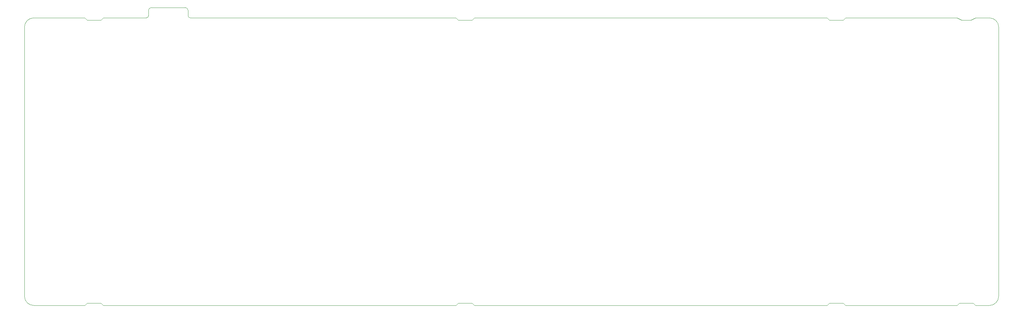
<source format=gm1>
G04 #@! TF.GenerationSoftware,KiCad,Pcbnew,(5.1.10-1-10_14)*
G04 #@! TF.CreationDate,2021-08-22T11:13:13-05:00*
G04 #@! TF.ProjectId,ori,6f72692e-6b69-4636-9164-5f7063625858,rev?*
G04 #@! TF.SameCoordinates,Original*
G04 #@! TF.FileFunction,Profile,NP*
%FSLAX46Y46*%
G04 Gerber Fmt 4.6, Leading zero omitted, Abs format (unit mm)*
G04 Created by KiCad (PCBNEW (5.1.10-1-10_14)) date 2021-08-22 11:13:13*
%MOMM*%
%LPD*%
G01*
G04 APERTURE LIST*
G04 #@! TA.AperFunction,Profile*
%ADD10C,0.050000*%
G04 #@! TD*
G04 APERTURE END LIST*
D10*
X321468955Y-45442189D02*
X322659581Y-44846876D01*
X319087703Y-45442189D02*
X321468955Y-45442189D01*
X317897077Y-44846876D02*
X319087703Y-45442189D01*
X322659581Y-44846876D02*
X326231335Y-44846880D01*
X194071973Y-44846876D02*
X284559517Y-44846876D01*
X289322021Y-44846876D02*
X317897077Y-44846876D01*
X121108809Y-44846880D02*
X189309469Y-44846876D01*
X98821893Y-44846876D02*
X109872441Y-44846880D01*
X80961555Y-44846880D02*
X94059389Y-44846876D01*
X326231335Y-118665940D02*
X322659581Y-118665688D01*
X317897077Y-118665688D02*
X318492390Y-118070375D01*
X318492390Y-118070375D02*
X322064268Y-118070375D01*
X322064268Y-118070375D02*
X322659581Y-118665688D01*
X289322021Y-44846876D02*
X288726708Y-45442189D01*
X288726708Y-45442189D02*
X285154830Y-45442189D01*
X285154830Y-45442189D02*
X284559517Y-44846876D01*
X194071973Y-44846876D02*
X193476660Y-45442189D01*
X193476660Y-45442189D02*
X189904782Y-45442189D01*
X189904782Y-45442189D02*
X189309469Y-44846876D01*
X98821893Y-44846876D02*
X98226580Y-45442189D01*
X98226580Y-45442189D02*
X94654702Y-45442189D01*
X94654702Y-45442189D02*
X94059389Y-44846876D01*
X189309469Y-118665688D02*
X98821893Y-118665688D01*
X284559549Y-118665688D02*
X194071973Y-118665688D01*
X317897077Y-118665688D02*
X289322053Y-118665688D01*
X189309469Y-118665688D02*
X189904782Y-118070375D01*
X189904782Y-118070375D02*
X193476660Y-118070375D01*
X193476660Y-118070375D02*
X194071973Y-118665688D01*
X284559549Y-118665688D02*
X285154862Y-118070375D01*
X285154862Y-118070375D02*
X288726740Y-118070375D01*
X288726740Y-118070375D02*
X289322053Y-118665688D01*
X98226580Y-118070375D02*
X98821893Y-118665688D01*
X94654702Y-118070375D02*
X98226580Y-118070375D01*
X94059389Y-118665688D02*
X94654702Y-118070375D01*
X94059389Y-118665688D02*
X80961555Y-118665940D01*
X328612595Y-47228140D02*
X328612595Y-116284680D01*
X78580295Y-47228140D02*
G75*
G02*
X80961555Y-44846880I2381260J0D01*
G01*
X80961555Y-118665940D02*
G75*
G02*
X78580295Y-116284680I0J2381260D01*
G01*
X328612595Y-116284680D02*
G75*
G02*
X326231335Y-118665940I-2381260J0D01*
G01*
X326231335Y-44846880D02*
G75*
G02*
X328612595Y-47228140I0J-2381260D01*
G01*
X120590625Y-44328696D02*
X120590625Y-42956250D01*
X110390625Y-42956302D02*
X110390625Y-44328696D01*
X110390625Y-44328696D02*
G75*
G02*
X109872441Y-44846880I-518184J0D01*
G01*
X110390625Y-42956302D02*
G75*
G02*
X111167865Y-42179062I777240J0D01*
G01*
X78580295Y-116284680D02*
X78580295Y-47228140D01*
X111167865Y-42179062D02*
X119813385Y-42179010D01*
X119813385Y-42179010D02*
G75*
G02*
X120590625Y-42956250I0J-777240D01*
G01*
X121108809Y-44846880D02*
G75*
G02*
X120590625Y-44328696I0J518184D01*
G01*
M02*

</source>
